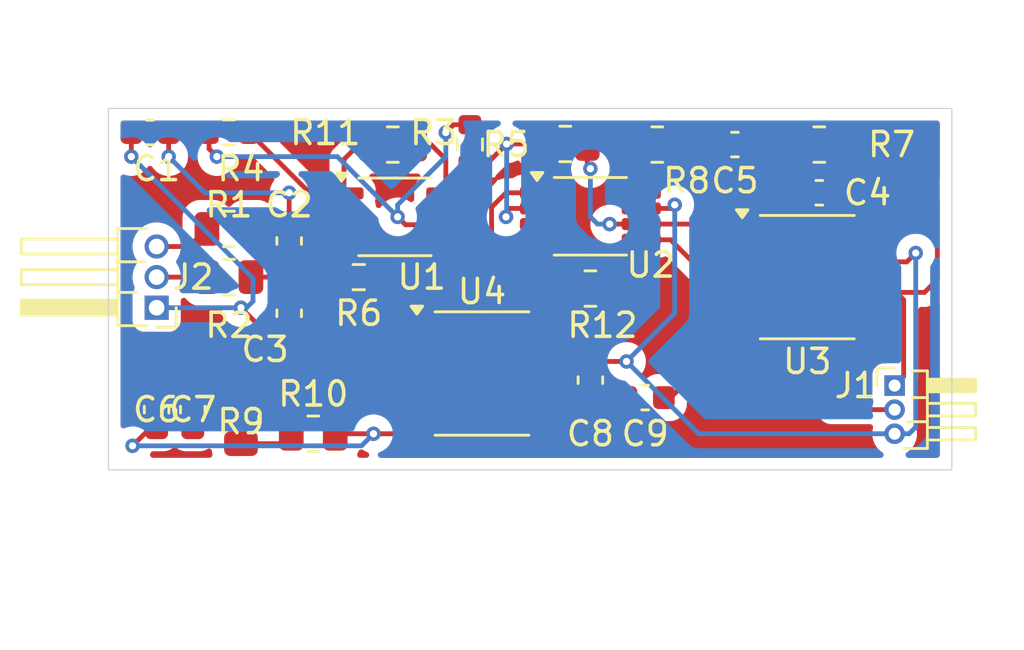
<source format=kicad_pcb>
(kicad_pcb (version 20241229) (generator "pcbnew") (generator_version "9.0")
  (layers (0 "F.Cu" signal) (2 "B.Cu" signal) (13 "F.Paste" user) (15 "B.Paste" user) (5 "F.SilkS" user "F.Silkscreen") (7 "B.SilkS" user "B.Silkscreen") (1 "F.Mask" user) (3 "B.Mask" user) (25 "Edge.Cuts" user))
  (net 0 "")
  (net 1 "inaIN-")
  (net 2 "ampRef")
  (net 3 "inaIN+")
  (net 4 "Net-(U3--)")
  (net 5 "bpfOUT")
  (net 6 "Net-(C5-Pad1)")
  (net 7 "+5V")
  (net 8 "GND")
  (net 9 "Net-(U4--)")
  (net 10 "bioIN-")
  (net 11 "bioIN+")
  (net 12 "Net-(U2--)")
  (net 13 "Net-(R3-Pad1)")
  (net 14 "Net-(U1--)")
  (net 15 "inaOUT")
  (net 16 "Net-(R11-Pad1)")
  (net 17 "Net-(R11-Pad2)")
  (net 18 "Net-(R12-Pad1)")
  (net 19 "Net-(R12-Pad2)")
  (footprint "Capacitor_SMD:C_0603_1608Metric" (layer "F.Cu") (at 130.5 106.775 -90)
    (property "Reference" "C8" (at 2.225 0 180) (layer "F.SilkS"))
    (property "Value" "100nF" (hide yes))
    (fp_line (start -0.14058 0.51) (end 0.14058 0.51) (stroke (width 0.12)) (layer "F.SilkS"))
    (fp_line (start -0.14058 -0.51) (end 0.14058 -0.51) (stroke (width 0.12)) (layer "F.SilkS"))
    (pad "1" smd roundrect (at -0.775 0 270) (size 0.9 0.95) (layers "F.Cu" "F.Mask" "F.Paste") (net 7 "+5V"))
    (pad "2" smd roundrect (at 0.775 0 270) (size 0.9 0.95) (layers "F.Cu" "F.Mask" "F.Paste") (net 9 "Net-(U4--)"))
  )
  (footprint "Capacitor_SMD:C_0603_1608Metric" (layer "F.Cu") (at 112.5 108 -90)
    (property "Reference" "C6" (at 0 0 180) (layer "F.SilkS"))
    (property "Value" "100nF" (hide yes))
    (fp_line (start -0.14058 0.51) (end 0.14058 0.51) (stroke (width 0.12)) (layer "F.SilkS"))
    (fp_line (start -0.14058 -0.51) (end 0.14058 -0.51) (stroke (width 0.12)) (layer "F.SilkS"))
    (pad "1" smd roundrect (at -0.775 0 270) (size 0.9 0.95) (layers "F.Cu" "F.Mask" "F.Paste") (net 7 "+5V"))
    (pad "2" smd roundrect (at 0.775 0 270) (size 0.9 0.95) (layers "F.Cu" "F.Mask" "F.Paste") (net 8 "GND"))
  )
  (footprint "Resistor_SMD:R_0603_1608Metric" (layer "F.Cu") (at 120.8875 102.5 180)
    (property "Reference" "R6" (at 0 -1.5 0) (layer "F.SilkS"))
    (property "Value" "22k" (hide yes))
    (fp_line (start -0.237258 0.5225) (end 0.237258 0.5225) (stroke (width 0.12)) (layer "F.SilkS"))
    (fp_line (start -0.237258 -0.5225) (end 0.237258 -0.5225) (stroke (width 0.12)) (layer "F.SilkS"))
    (pad "1" smd roundrect (at -0.825 0 180) (size 0.8 0.95) (layers "F.Cu" "F.Mask" "F.Paste") (net 2 "ampRef"))
    (pad "2" smd roundrect (at 0.825 0 180) (size 0.8 0.95) (layers "F.Cu" "F.Mask" "F.Paste") (net 14 "Net-(U1--)"))
  )
  (footprint "Capacitor_SMD:C_0603_1608Metric" (layer "F.Cu") (at 118 104 -90)
    (property "Reference" "C3" (at 1.5 1 180) (layer "F.SilkS"))
    (property "Value" "100pF" (hide yes))
    (fp_line (start -0.14058 0.51) (end 0.14058 0.51) (stroke (width 0.12)) (layer "F.SilkS"))
    (fp_line (start -0.14058 -0.51) (end 0.14058 -0.51) (stroke (width 0.12)) (layer "F.SilkS"))
    (pad "1" smd roundrect (at -0.775 0 270) (size 0.9 0.95) (layers "F.Cu" "F.Mask" "F.Paste") (net 3 "inaIN+"))
    (pad "2" smd roundrect (at 0.775 0 270) (size 0.9 0.95) (layers "F.Cu" "F.Mask" "F.Paste") (net 2 "ampRef"))
  )
  (footprint "Resistor_SMD:R_0805_2012Metric" (layer "F.Cu") (at 133.275 97)
    (property "Reference" "R8" (at 1.225 1.5 0) (layer "F.SilkS"))
    (property "Value" "5.1k" (hide yes))
    (fp_line (start -0.227064 -0.735) (end 0.227064 -0.735) (stroke (width 0.12)) (layer "F.SilkS"))
    (fp_line (start -0.227064 0.735) (end 0.227064 0.735) (stroke (width 0.12)) (layer "F.SilkS"))
    (pad "1" smd roundrect (at -0.9125 0) (size 1.025 1.4) (layers "F.Cu" "F.Mask" "F.Paste") (roundrect_rratio 0.243902) (net 15 "inaOUT"))
    (pad "2" smd roundrect (at 0.9125 0) (size 1.025 1.4) (layers "F.Cu" "F.Mask" "F.Paste") (roundrect_rratio 0.243902) (net 6 "Net-(C5-Pad1)"))
  )
  (footprint "Resistor_SMD:R_0805_2012Metric" (layer "F.Cu") (at 130.5 102.975001 180)
    (property "Reference" "R12" (at -0.5 -1.524999 0) (layer "F.SilkS"))
    (property "Value" "1k" (hide yes))
    (fp_line (start -0.227064 0.735) (end 0.227064 0.735) (stroke (width 0.12)) (layer "F.SilkS"))
    (fp_line (start -0.227064 -0.735) (end 0.227064 -0.735) (stroke (width 0.12)) (layer "F.SilkS"))
    (pad "1" smd roundrect (at -0.9125 0 180) (size 1.025 1.4) (layers "F.Cu" "F.Mask" "F.Paste") (roundrect_rratio 0.243902) (net 18 "Net-(R12-Pad1)"))
    (pad "2" smd roundrect (at 0.9125 0 180) (size 1.025 1.4) (layers "F.Cu" "F.Mask" "F.Paste") (roundrect_rratio 0.243902) (net 19 "Net-(R12-Pad2)"))
  )
  (footprint "Package_SO:SO-8_3.9x4.9mm_P1.27mm" (layer "F.Cu") (at 139.5 102.5)
    (property "Reference" "U3" (at 0 3.5 0) (layer "F.SilkS"))
    (property "Value" "OPA336Ux" (hide yes))
    (fp_line (start 0 -2.56) (end -1.95 -2.56) (stroke (width 0.12)) (layer "F.SilkS"))
    (fp_line (start 0 -2.56) (end 1.95 -2.56) (stroke (width 0.12)) (layer "F.SilkS"))
    (fp_line (start 0 2.56) (end -1.95 2.56) (stroke (width 0.12)) (layer "F.SilkS"))
    (fp_line (start 0 2.56) (end 1.95 2.56) (stroke (width 0.12)) (layer "F.SilkS"))
    (fp_poly (pts (xy -2.7 -2.465) (xy -2.94 -2.795) (xy -2.46 -2.795)) (stroke (width 0.12)) (fill yes) (layer "F.SilkS"))
    (pad "1" smd roundrect (at -2.575 -1.905) (size 1.75 0.6) (layers "F.Cu" "F.Mask" "F.Paste"))
    (pad "2" smd roundrect (at -2.575 -0.635) (size 1.75 0.6) (layers "F.Cu" "F.Mask" "F.Paste") (net 4 "Net-(U3--)"))
    (pad "3" smd roundrect (at -2.575 0.635) (size 1.75 0.6) (layers "F.Cu" "F.Mask" "F.Paste") (net 2 "ampRef"))
    (pad "4" smd roundrect (at -2.575 1.905) (size 1.75 0.6) (layers "F.Cu" "F.Mask" "F.Paste") (net 8 "GND"))
    (pad "5" smd roundrect (at 2.575 1.905) (size 1.75 0.6) (layers "F.Cu" "F.Mask" "F.Paste"))
    (pad "6" smd roundrect (at 2.575 0.635) (size 1.75 0.6) (layers "F.Cu" "F.Mask" "F.Paste") (net 5 "bpfOUT"))
    (pad "7" smd roundrect (at 2.575 -0.635) (size 1.75 0.6) (layers "F.Cu" "F.Mask" "F.Paste") (net 7 "+5V"))
    (pad "8" smd roundrect (at 2.575 -1.905) (size 1.75 0.6) (layers "F.Cu" "F.Mask" "F.Paste"))
  )
  (footprint "Capacitor_SMD:C_0603_1608Metric" (layer "F.Cu") (at 140 99)
    (property "Reference" "C4" (at 2 0 0) (layer "F.SilkS"))
    (property "Value" "4.7nF" (hide yes))
    (fp_line (start -0.14058 -0.51) (end 0.14058 -0.51) (stroke (width 0.12)) (layer "F.SilkS"))
    (fp_line (start -0.14058 0.51) (end 0.14058 0.51) (stroke (width 0.12)) (layer "F.SilkS"))
    (pad "1" smd roundrect (at -0.775 0) (size 0.9 0.95) (layers "F.Cu" "F.Mask" "F.Paste") (net 4 "Net-(U3--)"))
    (pad "2" smd roundrect (at 0.775 0) (size 0.9 0.95) (layers "F.Cu" "F.Mask" "F.Paste") (net 5 "bpfOUT"))
  )
  (footprint "Capacitor_SMD:C_0603_1608Metric" (layer "F.Cu") (at 114 108 -90)
    (property "Reference" "C7" (at 0 0 180) (layer "F.SilkS"))
    (property "Value" "1uF" (hide yes))
    (fp_line (start -0.14058 0.51) (end 0.14058 0.51) (stroke (width 0.12)) (layer "F.SilkS"))
    (fp_line (start -0.14058 -0.51) (end 0.14058 -0.51) (stroke (width 0.12)) (layer "F.SilkS"))
    (pad "1" smd roundrect (at -0.775 0 270) (size 0.9 0.95) (layers "F.Cu" "F.Mask" "F.Paste") (net 7 "+5V"))
    (pad "2" smd roundrect (at 0.775 0 270) (size 0.9 0.95) (layers "F.Cu" "F.Mask" "F.Paste") (net 8 "GND"))
  )
  (footprint "Resistor_SMD:R_0805_2012Metric" (layer "F.Cu") (at 119 109)
    (property "Reference" "R10" (at 0 -1.65 0) (layer "F.SilkS"))
    (property "Value" "100k" (hide yes))
    (fp_line (start -0.227064 -0.735) (end 0.227064 -0.735) (stroke (width 0.12)) (layer "F.SilkS"))
    (fp_line (start -0.227064 0.735) (end 0.227064 0.735) (stroke (width 0.12)) (layer "F.SilkS"))
    (pad "1" smd roundrect (at -0.9125 0) (size 1.025 1.4) (layers "F.Cu" "F.Mask" "F.Paste") (roundrect_rratio 0.243902) (net 9 "Net-(U4--)"))
    (pad "2" smd roundrect (at 0.9125 0) (size 1.025 1.4) (layers "F.Cu" "F.Mask" "F.Paste") (roundrect_rratio 0.243902) (net 8 "GND"))
  )
  (footprint "Connector_PinHeader_1.27mm:PinHeader_1x03_P1.27mm_Horizontal" (layer "F.Cu") (at 112.5 103.77 180)
    (property "Reference" "J2" (at -1.5 1.27 0) (layer "F.SilkS"))
    (property "Value" "Conn_01x03_Pin" (hide yes))
    (fp_line (start 5.61 2.85) (end 1.61 2.85) (stroke (width 0.12)) (layer "F.SilkS"))
    (fp_line (start 5.61 2.23) (end 5.61 2.85) (stroke (width 0.12)) (layer "F.SilkS"))
    (fp_line (start 5.61 1.58) (end 1.61 1.58) (stroke (width 0.12)) (layer "F.SilkS"))
    (fp_line (start 5.61 0.96) (end 5.61 1.58) (stroke (width 0.12)) (layer "F.SilkS"))
    (fp_line (start 1.61 3.285) (end 0.39 3.285) (stroke (width 0.12)) (layer "F.SilkS"))
    (fp_line (start 1.61 2.23) (end 5.61 2.23) (stroke (width 0.12)) (layer "F.SilkS"))
    (fp_line (start 1.61 0.96) (end 5.61 0.96) (stroke (width 0.12)) (layer "F.SilkS"))
    (fp_line (start 1.61 -0.745) (end 1.61 3.285) (stroke (width 0.12)) (layer "F.SilkS"))
    (fp_line (start 0.81 0.635) (end 1.61 0.635) (stroke (width 0.12)) (layer "F.SilkS"))
    (fp_line (start 0.502867 1.905) (end 1.61 1.905) (stroke (width 0.12)) (layer "F.SilkS"))
    (fp_line (start 0.39 -0.745) (end 1.61 -0.745) (stroke (width 0.12)) (layer "F.SilkS"))
    (fp_line (start -0.81 0) (end -0.81 -0.81) (stroke (width 0.12)) (layer "F.SilkS"))
    (fp_line (start -0.81 -0.81) (end 0 -0.81) (stroke (width 0.12)) (layer "F.SilkS"))
    (fp_rect (start 1.61 -0.31) (end 5.61 0.31) (stroke (width 0.12)) (fill yes) (layer "F.SilkS"))
    (pad "1" thru_hole rect (at 0 0 180) (size 1 1) (drill 0.65) (layers "*.Cu" "*.Mask") (net 2 "ampRef"))
    (pad "2" thru_hole circle (at 0 1.27 180) (size 1 1) (drill 0.65) (layers "*.Cu" "*.Mask") (net 11 "bioIN+"))
    (pad "3" thru_hole circle (at 0 2.54 180) (size 1 1) (drill 0.65) (layers "*.Cu" "*.Mask") (net 10 "bioIN-"))
  )
  (footprint "Resistor_SMD:R_0805_2012Metric" (layer "F.Cu") (at 116 108.5 -90)
    (property "Reference" "R9" (at 0 0 180) (layer "F.SilkS"))
    (property "Value" "100k" (hide yes))
    (fp_line (start -0.227064 0.735) (end 0.227064 0.735) (stroke (width 0.12)) (layer "F.SilkS"))
    (fp_line (start -0.227064 -0.735) (end 0.227064 -0.735) (stroke (width 0.12)) (layer "F.SilkS"))
    (pad "1" smd roundrect (at -0.9125 0 270) (size 1.025 1.4) (layers "F.Cu" "F.Mask" "F.Paste") (roundrect_rratio 0.243902) (net 7 "+5V"))
    (pad "2" smd roundrect (at 0.9125 0 270) (size 1.025 1.4) (layers "F.Cu" "F.Mask" "F.Paste") (roundrect_rratio 0.243902) (net 9 "Net-(U4--)"))
  )
  (footprint "Package_SO:VSSOP-8_3x3mm_P0.65mm" (layer "F.Cu") (at 130.5 99.975001)
    (property "Reference" "U2" (at 2.5 2.024999 0) (layer "F.SilkS"))
    (property "Value" "INA333xxDGK" (hide yes))
    (fp_line (start 0 -1.61) (end -1.5 -1.61) (stroke (width 0.12)) (layer "F.SilkS"))
    (fp_line (start 0 -1.61) (end 1.5 -1.61) (stroke (width 0.12)) (layer "F.SilkS"))
    (fp_line (start 0 1.61) (end -1.5 1.61) (stroke (width 0.12)) (layer "F.SilkS"))
    (fp_line (start 0 1.61) (end 1.5 1.61) (stroke (width 0.12)) (layer "F.SilkS"))
    (fp_poly (pts (xy -2.2125 -1.485) (xy -2.4525 -1.815) (xy -1.9725 -1.815)) (stroke (width 0.12)) (fill yes) (layer "F.SilkS"))
    (pad "1" smd roundrect (at -2.1125 -0.975) (size 1.625 0.5) (layers "F.Cu" "F.Mask" "F.Paste") (net 19 "Net-(R12-Pad2)"))
    (pad "2" smd roundrect (at -2.1125 -0.325) (size 1.625 0.5) (layers "F.Cu" "F.Mask" "F.Paste") (net 12 "Net-(U2--)"))
    (pad "3" smd roundrect (at -2.1125 0.325) (size 1.625 0.5) (layers "F.Cu" "F.Mask" "F.Paste") (net 3 "inaIN+"))
    (pad "4" smd roundrect (at -2.1125 0.975) (size 1.625 0.5) (layers "F.Cu" "F.Mask" "F.Paste") (net 8 "GND"))
    (pad "5" smd roundrect (at 2.1125 0.975) (size 1.625 0.5) (layers "F.Cu" "F.Mask" "F.Paste") (net 2 "ampRef"))
    (pad "6" smd roundrect (at 2.1125 0.325) (size 1.625 0.5) (layers "F.Cu" "F.Mask" "F.Paste") (net 15 "inaOUT"))
    (pad "7" smd roundrect (at 2.1125 -0.325) (size 1.625 0.5) (layers "F.Cu" "F.Mask" "F.Paste") (net 7 "+5V"))
    (pad "8" smd roundrect (at 2.1125 -0.975) (size 1.625 0.5) (layers "F.Cu" "F.Mask" "F.Paste") (net 18 "Net-(R12-Pad1)"))
  )
  (footprint "Package_SO:VSSOP-8_3x3mm_P0.65mm" (layer "F.Cu") (at 122.3875 100)
    (property "Reference" "U1" (at 1.1125 2.5 0) (layer "F.SilkS"))
    (property "Value" "INA333xxDGK" (hide yes))
    (fp_line (start 0 -1.61) (end -1.5 -1.61) (stroke (width 0.12)) (layer "F.SilkS"))
    (fp_line (start 0 -1.61) (end 1.5 -1.61) (stroke (width 0.12)) (layer "F.SilkS"))
    (fp_line (start 0 1.61) (end -1.5 1.61) (stroke (width 0.12)) (layer "F.SilkS"))
    (fp_line (start 0 1.61) (end 1.5 1.61) (stroke (width 0.12)) (layer "F.SilkS"))
    (fp_poly (pts (xy -2.2125 -1.485) (xy -2.4525 -1.815) (xy -1.9725 -1.815)) (stroke (width 0.12)) (fill yes) (layer "F.SilkS"))
    (pad "1" smd roundrect (at -2.1125 -0.975) (size 1.625 0.5) (layers "F.Cu" "F.Mask" "F.Paste") (net 17 "Net-(R11-Pad2)"))
    (pad "2" smd roundrect (at -2.1125 -0.325) (size 1.625 0.5) (layers "F.Cu" "F.Mask" "F.Paste") (net 14 "Net-(U1--)"))
    (pad "3" smd roundrect (at -2.1125 0.325) (size 1.625 0.5) (layers "F.Cu" "F.Mask" "F.Paste") (net 1 "inaIN-"))
    (pad "4" smd roundrect (at -2.1125 0.975) (size 1.625 0.5) (layers "F.Cu" "F.Mask" "F.Paste") (net 8 "GND"))
    (pad "5" smd roundrect (at 2.1125 0.975) (size 1.625 0.5) (layers "F.Cu" "F.Mask" "F.Paste") (net 2 "ampRef"))
    (pad "6" smd roundrect (at 2.1125 0.325) (size 1.625 0.5) (layers "F.Cu" "F.Mask" "F.Paste") (net 13 "Net-(R3-Pad1)"))
    (pad "7" smd roundrect (at 2.1125 -0.325) (size 1.625 0.5) (layers "F.Cu" "F.Mask" "F.Paste") (net 7 "+5V"))
    (pad "8" smd roundrect (at 2.1125 -0.975) (size 1.625 0.5) (layers "F.Cu" "F.Mask" "F.Paste") (net 16 "Net-(R11-Pad1)"))
  )
  (footprint "Capacitor_SMD:C_0603_1608Metric" (layer "F.Cu") (at 132.775 107.5)
    (property "Reference" "C9" (at 0 1.5 0) (layer "F.SilkS"))
    (property "Value" "1uF" (hide yes))
    (fp_line (start -0.14058 -0.51) (end 0.14058 -0.51) (stroke (width 0.12)) (layer "F.SilkS"))
    (fp_line (start -0.14058 0.51) (end 0.14058 0.51) (stroke (width 0.12)) (layer "F.SilkS"))
    (pad "1" smd roundrect (at -0.775 0) (size 0.9 0.95) (layers "F.Cu" "F.Mask" "F.Paste") (net 9 "Net-(U4--)"))
    (pad "2" smd roundrect (at 0.775 0) (size 0.9 0.95) (layers "F.Cu" "F.Mask" "F.Paste") (net 8 "GND"))
  )
  (footprint "Resistor_SMD:R_0805_2012Metric" (layer "F.Cu") (at 129.4575 96.975001)
    (property "Reference" "R5" (at -2.4575 0.024999 0) (layer "F.SilkS"))
    (property "Value" "220k" (hide yes))
    (fp_line (start -0.227064 -0.735) (end 0.227064 -0.735) (stroke (width 0.12)) (layer "F.SilkS"))
    (fp_line (start -0.227064 0.735) (end 0.227064 0.735) (stroke (width 0.12)) (layer "F.SilkS"))
    (pad "1" smd roundrect (at -0.9125 0) (size 1.025 1.4) (layers "F.Cu" "F.Mask" "F.Paste") (roundrect_rratio 0.243902) (net 12 "Net-(U2--)"))
    (pad "2" smd roundrect (at 0.9125 0) (size 1.025 1.4) (layers "F.Cu" "F.Mask" "F.Paste") (roundrect_rratio 0.243902) (net 15 "inaOUT"))
  )
  (footprint "Resistor_SMD:R_0805_2012Metric" (layer "F.Cu") (at 115.5 100.5)
    (property "Reference" "R1" (at 0 -1 0) (layer "F.SilkS"))
    (property "Value" "5.1k" (hide yes))
    (fp_line (start -0.227064 -0.735) (end 0.227064 -0.735) (stroke (width 0.12)) (layer "F.SilkS"))
    (fp_line (start -0.227064 0.735) (end 0.227064 0.735) (stroke (width 0.12)) (layer "F.SilkS"))
    (pad "1" smd roundrect (at -0.9125 0) (size 1.025 1.4) (layers "F.Cu" "F.Mask" "F.Paste") (roundrect_rratio 0.243902) (net 10 "bioIN-"))
    (pad "2" smd roundrect (at 0.9125 0) (size 1.025 1.4) (layers "F.Cu" "F.Mask" "F.Paste") (roundrect_rratio 0.243902) (net 1 "inaIN-"))
  )
  (footprint "Resistor_SMD:R_0805_2012Metric" (layer "F.Cu") (at 115.5 102.5)
    (property "Reference" "R2" (at 0 2 0) (layer "F.SilkS"))
    (property "Value" "5.1k" (hide yes))
    (fp_line (start -0.227064 -0.735) (end 0.227064 -0.735) (stroke (width 0.12)) (layer "F.SilkS"))
    (fp_line (start -0.227064 0.735) (end 0.227064 0.735) (stroke (width 0.12)) (layer "F.SilkS"))
    (pad "1" smd roundrect (at -0.9125 0) (size 1.025 1.4) (layers "F.Cu" "F.Mask" "F.Paste") (roundrect_rratio 0.243902) (net 11 "bioIN+"))
    (pad "2" smd roundrect (at 0.9125 0) (size 1.025 1.4) (layers "F.Cu" "F.Mask" "F.Paste") (roundrect_rratio 0.243902) (net 3 "inaIN+"))
  )
  (footprint "Resistor_SMD:R_0805_2012Metric" (layer "F.Cu") (at 140 97)
    (property "Reference" "R7" (at 3 0 0) (layer "F.SilkS"))
    (property "Value" "1M" (hide yes))
    (fp_line (start -0.227064 -0.735) (end 0.227064 -0.735) (stroke (width 0.12)) (layer "F.SilkS"))
    (fp_line (start -0.227064 0.735) (end 0.227064 0.735) (stroke (width 0.12)) (layer "F.SilkS"))
    (pad "1" smd roundrect (at -0.9125 0) (size 1.025 1.4) (layers "F.Cu" "F.Mask" "F.Paste") (roundrect_rratio 0.243902) (net 4 "Net-(U3--)"))
    (pad "2" smd roundrect (at 0.9125 0) (size 1.025 1.4) (layers "F.Cu" "F.Mask" "F.Paste") (roundrect_rratio 0.243902) (net 5 "bpfOUT"))
  )
  (footprint "Connector_PinHeader_1.00mm:PinHeader_1x03_P1.00mm_Horizontal" (layer "F.Cu") (at 143.125 107)
    (property "Reference" "J1" (at -1.625 0 0) (layer "F.SilkS"))
    (property "Value" "Conn_01x03_Pin" (hide yes))
    (fp_line (start -0.735 -0.735) (end 0 -0.735) (stroke (width 0.12)) (layer "F.SilkS"))
    (fp_line (start -0.735 0) (end -0.735 -0.735) (stroke (width 0.12)) (layer "F.SilkS"))
    (fp_line (start 0.538725 1.5) (end 1.36 1.5) (stroke (width 0.12)) (layer "F.SilkS"))
    (fp_line (start 0.735 -0.61) (end 1.36 -0.61) (stroke (width 0.12)) (layer "F.SilkS"))
    (fp_line (start 0.735 0.5) (end 1.36 0.5) (stroke (width 0.12)) (layer "F.SilkS"))
    (fp_line (start 1.36 -0.61) (end 1.36 2.61) (stroke (width 0.12)) (layer "F.SilkS"))
    (fp_line (start 1.36 0.74) (end 3.36 0.74) (stroke (width 0.12)) (layer "F.SilkS"))
    (fp_line (start 1.36 1.74) (end 3.36 1.74) (stroke (width 0.12)) (layer "F.SilkS"))
    (fp_line (start 1.36 2.61) (end 0.41003 2.61) (stroke (width 0.12)) (layer "F.SilkS"))
    (fp_line (start 3.36 0.74) (end 3.36 1.26) (stroke (width 0.12)) (layer "F.SilkS"))
    (fp_line (start 3.36 1.26) (end 1.36 1.26) (stroke (width 0.12)) (layer "F.SilkS"))
    (fp_line (start 3.36 1.74) (end 3.36 2.26) (stroke (width 0.12)) (layer "F.SilkS"))
    (fp_line (start 3.36 2.26) (end 1.36 2.26) (stroke (width 0.12)) (layer "F.SilkS"))
    (fp_rect (start 1.36 -0.26) (end 3.36 0.26) (stroke (width 0.12)) (fill yes) (layer "F.SilkS"))
    (pad "1" thru_hole rect (at 0 0) (size 0.85 0.85) (drill 0.5) (layers "*.Cu" "*.Mask") (net 5 "bpfOUT"))
    (pad "2" thru_hole circle (at 0 1) (size 0.85 0.85) (drill 0.5) (layers "*.Cu" "*.Mask") (net 8 "GND"))
    (pad "3" thru_hole circle (at 0 2) (size 0.85 0.85) (drill 0.5) (layers "*.Cu" "*.Mask") (net 7 "+5V"))
  )
  (footprint "Resistor_SMD:R_0603_1608Metric" (layer "F.Cu") (at 125.5 97 -90)
    (property "Reference" "R3" (at -0.5 1.5 180) (layer "F.SilkS"))
    (property "Value" "22k" (hide yes))
    (fp_line (start -0.237258 0.5225) (end 0.237258 0.5225) (stroke (width 0.12)) (layer "F.SilkS"))
    (fp_line (start -0.237258 -0.5225) (end 0.237258 -0.5225) (stroke (width 0.12)) (layer "F.SilkS"))
    (pad "1" smd roundrect (at -0.825 0 270) (size 0.8 0.95) (layers "F.Cu" "F.Mask" "F.Paste") (net 13 "Net-(R3-Pad1)"))
    (pad "2" smd roundrect (at 0.825 0 270) (size 0.8 0.95) (layers "F.Cu" "F.Mask" "F.Paste") (net 12 "Net-(U2--)"))
  )
  (footprint "Capacitor_SMD:C_0603_1608Metric" (layer "F.Cu") (at 118 101 -90)
    (property "Reference" "C2" (at -1.5 0 180) (layer "F.SilkS"))
    (property "Value" "4.7nF" (hide yes))
    (fp_line (start -0.14058 0.51) (end 0.14058 0.51) (stroke (width 0.12)) (layer "F.SilkS"))
    (fp_line (start -0.14058 -0.51) (end 0.14058 -0.51) (stroke (width 0.12)) (layer "F.SilkS"))
    (pad "1" smd roundrect (at -0.775 0 270) (size 0.9 0.95) (layers "F.Cu" "F.Mask" "F.Paste") (net 1 "inaIN-"))
    (pad "2" smd roundrect (at 0.775 0 270) (size 0.9 0.95) (layers "F.Cu" "F.Mask" "F.Paste") (net 3 "inaIN+"))
  )
  (footprint "Resistor_SMD:R_0805_2012Metric" (layer "F.Cu") (at 122.3 97 180)
    (property "Reference" "R11" (at 2.8 0.5 0) (layer "F.SilkS"))
    (property "Value" "1k" (hide yes))
    (fp_line (start -0.227064 0.735) (end 0.227064 0.735) (stroke (width 0.12)) (layer "F.SilkS"))
    (fp_line (start -0.227064 -0.735) (end 0.227064 -0.735) (stroke (width 0.12)) (layer "F.SilkS"))
    (pad "1" smd roundrect (at -0.9125 0 180) (size 1.025 1.4) (layers "F.Cu" "F.Mask" "F.Paste") (roundrect_rratio 0.243902) (net 16 "Net-(R11-Pad1)"))
    (pad "2" smd roundrect (at 0.9125 0 180) (size 1.025 1.4) (layers "F.Cu" "F.Mask" "F.Paste") (roundrect_rratio 0.243902) (net 17 "Net-(R11-Pad2)"))
  )
  (footprint "Capacitor_SMD:C_0603_1608Metric" (layer "F.Cu") (at 136.5 97)
    (property "Reference" "C5" (at 0 1.5 0) (layer "F.SilkS"))
    (property "Value" "47uF" (hide yes))
    (fp_line (start -0.14058 -0.51) (end 0.14058 -0.51) (stroke (width 0.12)) (layer "F.SilkS"))
    (fp_line (start -0.14058 0.51) (end 0.14058 0.51) (stroke (width 0.12)) (layer "F.SilkS"))
    (pad "1" smd roundrect (at -0.775 0) (size 0.9 0.95) (layers "F.Cu" "F.Mask" "F.Paste") (net 6 "Net-(C5-Pad1)"))
    (pad "2" smd roundrect (at 0.775 0) (size 0.9 0.95) (layers "F.Cu" "F.Mask" "F.Paste") (net 4 "Net-(U3--)"))
  )
  (footprint "Resistor_SMD:R_0603_1608Metric" (layer "F.Cu") (at 115.5 96.5 180)
    (property "Reference" "R4" (at -0.5 -1.5 180) (layer "F.SilkS"))
    (property "Value" "22k" (hide yes))
    (fp_line (start -0.237258 0.5225) (end 0.237258 0.5225) (stroke (width 0.12)) (layer "F.SilkS"))
    (fp_line (start -0.237258 -0.5225) (end 0.237258 -0.5225) (stroke (width 0.12)) (layer "F.SilkS"))
    (pad "1" smd roundrect (at -0.825 0 180) (size 0.8 0.95) (layers "F.Cu" "F.Mask" "F.Paste") (net 14 "Net-(U1--)"))
    (pad "2" smd roundrect (at 0.825 0 180) (size 0.8 0.95) (layers "F.Cu" "F.Mask" "F.Paste") (net 13 "Net-(R3-Pad1)"))
  )
  (footprint "Capacitor_SMD:C_0603_1608Metric" (layer "F.Cu") (at 112.225 96.5)
    (property "Reference" "C1" (at 0.275 1.5 0) (layer "F.SilkS"))
    (property "Value" "100pF" (hide yes))
    (fp_line (start -0.14058 -0.51) (end 0.14058 -0.51) (stroke (width 0.12)) (layer "F.SilkS"))
    (fp_line (start -0.14058 0.51) (end 0.14058 0.51) (stroke (width 0.12)) (layer "F.SilkS"))
    (pad "1" smd roundrect (at -0.775 0) (size 0.9 0.95) (layers "F.Cu" "F.Mask" "F.Paste") (net 2 "ampRef"))
    (pad "2" smd roundrect (at 0.775 0) (size 0.9 0.95) (layers "F.Cu" "F.Mask" "F.Paste") (net 1 "inaIN-"))
  )
  (footprint "Package_SO:SO-8_3.9x4.9mm_P1.27mm" (layer "F.Cu") (at 126 106.5)
    (property "Reference" "U4" (at 0 -3.4 0) (layer "F.SilkS"))
    (property "Value" "OPA336Ux" (hide yes))
    (fp_line (start 0 -2.56) (end -1.95 -2.56) (stroke (width 0.12)) (layer "F.SilkS"))
    (fp_line (start 0 -2.56) (end 1.95 -2.56) (stroke (width 0.12)) (layer "F.SilkS"))
    (fp_line (start 0 2.56) (end -1.95 2.56) (stroke (width 0.12)) (layer "F.SilkS"))
    (fp_line (start 0 2.56) (end 1.95 2.56) (stroke (width 0.12)) (layer "F.SilkS"))
    (fp_poly (pts (xy -2.7 -2.465) (xy -2.94 -2.795) (xy -2.46 -2.795)) (stroke (width 0.12)) (fill yes) (layer "F.SilkS"))
    (pad "1" smd roundrect (at -2.575 -1.905) (size 1.75 0.6) (layers "F.Cu" "F.Mask" "F.Paste"))
    (pad "2" smd roundrect (at -2.575 -0.635) (size 1.75 0.6) (layers "F.Cu" "F.Mask" "F.Paste") (net 9 "Net-(U4--)"))
    (pad "3" smd roundrect (at -2.575 0.635) (size 1.75 0.6) (layers "F.Cu" "F.Mask" "F.Paste") (net 2 "ampRef"))
    (pad "4" smd roundrect (at -2.575 1.905) (size 1.75 0.6) (layers "F.Cu" "F.Mask" "F.Paste") (net 8 "GND"))
    (pad "5" smd roundrect (at 2.575 1.905) (size 1.75 0.6) (layers "F.Cu" "F.Mask" "F.Paste"))
    (pad "6" smd roundrect (at 2.575 0.635) (size 1.75 0.6) (layers "F.Cu" "F.Mask" "F.Paste") (net 2 "ampRef"))
    (pad "7" smd roundrect (at 2.575 -0.635) (size 1.75 0.6) (layers "F.Cu" "F.Mask" "F.Paste") (net 7 "+5V"))
    (pad "8" smd roundrect (at 2.575 -1.905) (size 1.75 0.6) (layers "F.Cu" "F.Mask" "F.Paste"))
  )
  (gr_rect (start 110.5 95.5) (end 145.5 110.5) (stroke (width 0.05)) (fill no) (layer "Edge.Cuts"))
  (segment (start 113 96.5) (end 113 97.5) (width 0.2) (layer "F.Cu") (net 1))
  (segment (start 117.725 100.5) (end 118 100.225) (width 0.2) (layer "F.Cu") (net 1))
  (segment (start 118 99.650056) (end 118 100.225) (width 0.2) (layer "F.Cu") (net 1))
  (segment (start 118 99.650056) (end 118 99) (width 0.2) (layer "F.Cu") (net 1))
  (segment (start 116.4125 100.5) (end 117.725 100.5) (width 0.2) (layer "F.Cu") (net 1))
  (via (at 113 97.5) (size 0.6) (drill 0.3) (layers "F.Cu" "B.Cu") (net 1))
  (via (at 118 99) (size 0.6) (drill 0.3) (layers "F.Cu" "B.Cu") (net 1))
  (segment (start 118 99) (end 114.5 99) (width 0.2) (layer "B.Cu") (net 1))
  (segment (start 114.5 99) (end 113 97.5) (width 0.2) (layer "B.Cu") (net 1))
  (segment (start 135.865 103.135) (end 136.925 103.135) (width 0.2) (layer "F.Cu") (net 2))
  (segment (start 117.005 104.775) (end 118 104.775) (width 0.2) (layer "F.Cu") (net 2))
  (segment (start 116 103.77) (end 117.005 104.775) (width 0.2) (layer "F.Cu") (net 2))
  (segment (start 123.8875 102.5) (end 121.7125 102.5) (width 0.2) (layer "F.Cu") (net 2))
  (segment (start 133.824943 100.950001) (end 132.6125 100.950001) (width 0.2) (layer "F.Cu") (net 2))
  (segment (start 121.7125 103.7875) (end 120.725 104.775) (width 0.2) (layer "F.Cu") (net 2))
  (segment (start 123.425 107.135) (end 128.575 107.135) (width 0.2) (layer "F.Cu") (net 2))
  (segment (start 111.45 97.5) (end 111.45 96.5) (width 0.2) (layer "F.Cu") (net 2))
  (segment (start 124.5 100.975) (end 124.5 101.8875) (width 0.2) (layer "F.Cu") (net 2))
  (segment (start 124.5 101.8875) (end 123.8875 102.5) (width 0.2) (layer "F.Cu") (net 2))
  (segment (start 120.725 104.775) (end 118 104.775) (width 0.2) (layer "F.Cu") (net 2))
  (segment (start 136.009942 103.135) (end 133.824943 100.950001) (width 0.2) (layer "F.Cu") (net 2))
  (segment (start 121.7125 102.5) (end 121.7125 103.7875) (width 0.2) (layer "F.Cu") (net 2))
  (segment (start 136.925 103.135) (end 136.009942 103.135) (width 0.2) (layer "F.Cu") (net 2))
  (via (at 116 103.77) (size 0.6) (drill 0.3) (layers "F.Cu" "B.Cu") (net 2))
  (via (at 111.45 97.5) (size 0.6) (drill 0.3) (layers "F.Cu" "B.Cu") (net 2))
  (segment (start 116.5 103.5) (end 116.23 103.77) (width 0.2) (layer "B.Cu") (net 2))
  (segment (start 111.45 97.5) (end 116.5 102.55) (width 0.2) (layer "B.Cu") (net 2))
  (segment (start 116 103.77) (end 112.5 103.77) (width 0.2) (layer "B.Cu") (net 2))
  (segment (start 116.5 102.55) (end 116.5 103.5) (width 0.2) (layer "B.Cu") (net 2))
  (segment (start 116.23 103.77) (end 116 103.77) (width 0.2) (layer "B.Cu") (net 2))
  (segment (start 116.4125 102.5) (end 117.275 102.5) (width 0.2) (layer "F.Cu") (net 3))
  (segment (start 118 101.775) (end 118 103.225) (width 0.2) (layer "F.Cu") (net 3))
  (segment (start 117.275 102.5) (end 118 101.775) (width 0.2) (layer "F.Cu") (net 3))
  (segment (start 135.5 99.5) (end 135.5 101) (width 0.2) (layer "F.Cu") (net 4))
  (segment (start 137.275 97.725) (end 135.5 99.5) (width 0.2) (layer "F.Cu") (net 4))
  (segment (start 137.275 97) (end 139.0875 97) (width 0.2) (layer "F.Cu") (net 4))
  (segment (start 139.0875 97) (end 139.0875 98.8625) (width 0.2) (layer "F.Cu") (net 4))
  (segment (start 135.5 101) (end 136.365 101.865) (width 0.2) (layer "F.Cu") (net 4))
  (segment (start 136.365 101.865) (end 136.925 101.865) (width 0.2) (layer "F.Cu") (net 4))
  (segment (start 137.275 97) (end 137.275 97.725) (width 0.2) (layer "F.Cu") (net 4))
  (segment (start 139.0875 98.8625) (end 139.225 99) (width 0.2) (layer "F.Cu") (net 4))
  (segment (start 144.5 99) (end 140.775 99) (width 0.2) (layer "F.Cu") (net 5))
  (segment (start 140.9125 97) (end 140.9125 98.8625) (width 0.2) (layer "F.Cu") (net 5))
  (segment (start 144.365 103.135) (end 144.899 102.601) (width 0.2) (layer "F.Cu") (net 5))
  (segment (start 143.5 103.439901) (end 143.5 106.625) (width 0.2) (layer "F.Cu") (net 5))
  (segment (start 144.899 102.601) (end 144.899 99.399) (width 0.2) (layer "F.Cu") (net 5))
  (segment (start 142.075 103.135) (end 144.365 103.135) (width 0.2) (layer "F.Cu") (net 5))
  (segment (start 140.9125 98.8625) (end 140.775 99) (width 0.2) (layer "F.Cu") (net 5))
  (segment (start 143.5 106.625) (end 143.125 107) (width 0.2) (layer "F.Cu") (net 5))
  (segment (start 142.075 103.135) (end 143.195099 103.135) (width 0.2) (layer "F.Cu") (net 5))
  (segment (start 143.195099 103.135) (end 143.5 103.439901) (width 0.2) (layer "F.Cu") (net 5))
  (segment (start 144.899 99.399) (end 144.5 99) (width 0.2) (layer "F.Cu") (net 5))
  (segment (start 134.1875 97) (end 135.725 97) (width 0.2) (layer "F.Cu") (net 6))
  (segment (start 123.0671 103) (end 118.4796 107.5875) (width 0.2) (layer "F.Cu") (net 7))
  (segment (start 130.5 106) (end 131.5 106) (width 0.2) (layer "F.Cu") (net 7))
  (segment (start 125.998 100.415043) (end 126 100.417043) (width 0.2) (layer "F.Cu") (net 7))
  (segment (start 124 103) (end 123.0671 103) (width 0.2) (layer "F.Cu") (net 7))
  (segment (start 132.6125 99.650001) (end 133.849999 99.650001) (width 0.2) (layer "F.Cu") (net 7))
  (segment (start 130.365 105.865) (end 130.5 106) (width 0.2) (layer "F.Cu") (net 7))
  (segment (start 133.849999 99.650001) (end 134 99.5) (width 0.2) (layer "F.Cu") (net 7))
  (segment (start 125.998 99.675) (end 125.998 100.415043) (width 0.2) (layer "F.Cu") (net 7))
  (segment (start 143.635 101.865) (end 144 101.5) (width 0.2) (layer "F.Cu") (net 7))
  (segment (start 126 101.5) (end 125.5 102) (width 0.2) (layer "F.Cu") (net 7))
  (segment (start 142.075 101.865) (end 143.635 101.865) (width 0.2) (layer "F.Cu") (net 7))
  (segment (start 115.6375 107.225) (end 116 107.5875) (width 0.2) (layer "F.Cu") (net 7))
  (segment (start 125.5 102) (end 125 102) (width 0.2) (layer "F.Cu") (net 7))
  (segment (start 131.5 106) (end 132 106) (width 0.2) (layer "F.Cu") (net 7))
  (segment (start 114 107.225) (end 115.6375 107.225) (width 0.2) (layer "F.Cu") (net 7))
  (segment (start 118.4796 107.5875) (end 116 107.5875) (width 0.2) (layer "F.Cu") (net 7))
  (segment (start 125 102) (end 124 103) (width 0.2) (layer "F.Cu") (net 7))
  (segment (start 112.5 107.225) (end 114 107.225) (width 0.2) (layer "F.Cu") (net 7))
  (segment (start 128.575 105.865) (end 130.365 105.865) (width 0.2) (layer "F.Cu") (net 7))
  (segment (start 124.5 99.675) (end 125.998 99.675) (width 0.2) (layer "F.Cu") (net 7))
  (segment (start 126 100.417043) (end 126 101.5) (width 0.2) (layer "F.Cu") (net 7))
  (via (at 132 106) (size 0.6) (drill 0.3) (layers "F.Cu" "B.Cu") (net 7))
  (via (at 134 99.5) (size 0.6) (drill 0.3) (layers "F.Cu" "B.Cu") (net 7))
  (via (at 144 101.5) (size 0.6) (drill 0.3) (layers "F.Cu" "B.Cu") (net 7))
  (segment (start 144 108.72604) (end 143.72604 109) (width 0.2) (layer "B.Cu") (net 7))
  (segment (start 144 101.5) (end 144 108.72604) (width 0.2) (layer "B.Cu") (net 7))
  (segment (start 134 99.5) (end 134 104) (width 0.2) (layer "B.Cu") (net 7))
  (segment (start 135 109) (end 143.125 109) (width 0.2) (layer "B.Cu") (net 7))
  (segment (start 132 106) (end 135 109) (width 0.2) (layer "B.Cu") (net 7))
  (segment (start 134 104) (end 132 106) (width 0.2) (layer "B.Cu") (net 7))
  (segment (start 143.72604 109) (end 143.125 109) (width 0.2) (layer "B.Cu") (net 7))
  (segment (start 122.83 109) (end 123.425 108.405) (width 0.2) (layer "F.Cu") (net 8))
  (segment (start 119.9125 109) (end 121.5 109) (width 0.2) (layer "F.Cu") (net 8))
  (segment (start 112.5 108.775) (end 114 108.775) (width 0.2) (layer "F.Cu") (net 8))
  (segment (start 133.55 107.5) (end 133.83 107.5) (width 0.2) (layer "F.Cu") (net 8))
  (segment (start 133.83 107.5) (end 136.925 104.405) (width 0.2) (layer "F.Cu") (net 8))
  (segment (start 136.925 104.405) (end 140.52 108) (width 0.2) (layer "F.Cu") (net 8))
  (segment (start 112.5 108.775) (end 112.225 108.775) (width 0.2) (layer "F.Cu") (net 8))
  (segment (start 140.52 108) (end 143.125 108) (width 0.2) (layer "F.Cu") (net 8))
  (segment (start 121.5 109) (end 122.83 109) (width 0.2) (layer "F.Cu") (net 8))
  (segment (start 112.225 108.775) (end 111.5 109.5) (width 0.2) (layer "F.Cu") (net 8))
  (via (at 121.5 109) (size 0.6) (drill 0.3) (layers "F.Cu" "B.Cu") (net 8))
  (via (at 111.5 109.5) (size 0.6) (drill 0.3) (layers "F.Cu" "B.Cu") (net 8))
  (segment (start 121 109.5) (end 121.5 109) (width 0.2) (layer "B.Cu") (net 8))
  (segment (start 111.5 109.5) (end 121 109.5) (width 0.2) (layer "B.Cu") (net 8))
  (segment (start 131.95 107.55) (end 132 107.5) (width 0.2) (layer "F.Cu") (net 9))
  (segment (start 116 109.4125) (end 117.675 109.4125) (width 0.2) (layer "F.Cu") (net 9))
  (segment (start 121.2225 105.865) (end 123.425 105.865) (width 0.2) (layer "F.Cu") (net 9))
  (segment (start 130.5 107.55) (end 131.95 107.55) (width 0.2) (layer "F.Cu") (net 9))
  (segment (start 118.0875 109) (end 121.2225 105.865) (width 0.2) (layer "F.Cu") (net 9))
  (segment (start 117.675 109.4125) (end 118.0875 109) (width 0.2) (layer "F.Cu") (net 9))
  (segment (start 113.8575 101.23) (end 114.5875 100.5) (width 0.2) (layer "F.Cu") (net 10))
  (segment (start 112.5 101.23) (end 113.8575 101.23) (width 0.2) (layer "F.Cu") (net 10))
  (segment (start 112.5 102.5) (end 114.5875 102.5) (width 0.2) (layer "F.Cu") (net 11))
  (segment (start 127 99.800002) (end 127.150001 99.650001) (width 0.2) (layer "F.Cu") (net 12))
  (segment (start 128.545 96.975001) (end 127.024999 96.975001) (width 0.2) (layer "F.Cu") (net 12))
  (segment (start 127 100) (end 127 99.800002) (width 0.2) (layer "F.Cu") (net 12))
  (segment (start 127.150001 99.650001) (end 128.3875 99.650001) (width 0.2) (layer "F.Cu") (net 12))
  (segment (start 126.175 97.825) (end 127.024999 96.975001) (width 0.2) (layer "F.Cu") (net 12))
  (segment (start 125.5 97.825) (end 126.175 97.825) (width 0.2) (layer "F.Cu") (net 12))
  (via (at 127 100) (size 0.6) (drill 0.3) (layers "F.Cu" "B.Cu") (net 12))
  (via (at 127.024999 96.975001) (size 0.6) (drill 0.3) (layers "F.Cu" "B.Cu") (net 12))
  (segment (start 127.024999 96.975001) (end 127.024999 99.975001) (width 0.2) (layer "B.Cu") (net 12))
  (segment (start 127.024999 99.975001) (end 127 100) (width 0.2) (layer "B.Cu") (net 12))
  (segment (start 125.5 96.175) (end 124.825 96.175) (width 0.2) (layer "F.Cu") (net 13))
  (segment (start 114.675 97.175) (end 115 97.5) (width 0.2) (layer "F.Cu") (net 13))
  (segment (start 122.825 100.325) (end 122.5 100) (width 0.2) (layer "F.Cu") (net 13))
  (segment (start 124.5 100.325) (end 122.825 100.325) (width 0.2) (layer "F.Cu") (net 13))
  (segment (start 124.825 96.175) (end 124.5 96.5) (width 0.2) (layer "F.Cu") (net 13))
  (segment (start 114.675 96.5) (end 114.675 97.175) (width 0.2) (layer "F.Cu") (net 13))
  (via (at 122.5 100) (size 0.6) (drill 0.3) (layers "F.Cu" "B.Cu") (net 13))
  (via (at 115 97.5) (size 0.6) (drill 0.3) (layers "F.Cu" "B.Cu") (net 13))
  (via (at 124.5 96.5) (size 0.6) (drill 0.3) (layers "F.Cu" "B.Cu") (net 13))
  (segment (start 124.5 96.5) (end 124.5 97.5) (width 0.2) (layer "B.Cu") (net 13))
  (segment (start 122.5 99.5) (end 122.5 100) (width 0.2) (layer "B.Cu") (net 13))
  (segment (start 124.5 97.5) (end 122.5 99.5) (width 0.2) (layer "B.Cu") (net 13))
  (segment (start 120 97.5) (end 122.5 100) (width 0.2) (layer "B.Cu") (net 13))
  (segment (start 115 97.5) (end 120 97.5) (width 0.2) (layer "B.Cu") (net 13))
  (segment (start 116.349943 96.5) (end 119.2125 99.362557) (width 0.2) (layer "F.Cu") (net 14))
  (segment (start 118.8875 102) (end 118.8875 100) (width 0.2) (layer "F.Cu") (net 14))
  (segment (start 119.2125 99.362557) (end 119.2125 99.675) (width 0.2) (layer "F.Cu") (net 14))
  (segment (start 119.3875 102.5) (end 118.8875 102) (width 0.2) (layer "F.Cu") (net 14))
  (segment (start 118.8875 100) (end 119.2125 99.675) (width 0.2) (layer "F.Cu") (net 14))
  (segment (start 119.2125 99.675) (end 120.275 99.675) (width 0.2) (layer "F.Cu") (net 14))
  (segment (start 116.325 96.5) (end 116.349943 96.5) (width 0.2) (layer "F.Cu") (net 14))
  (segment (start 120.0625 102.5) (end 119.3875 102.5) (width 0.2) (layer "F.Cu") (net 14))
  (segment (start 134.5 98.5) (end 133.8625 98.5) (width 0.2) (layer "F.Cu") (net 15))
  (segment (start 130.37 96.975001) (end 130.37 97.87) (width 0.2) (layer "F.Cu") (net 15))
  (segment (start 135 100) (end 135 99) (width 0.2) (layer "F.Cu") (net 15))
  (segment (start 131.300001 100.300001) (end 132.6125 100.300001) (width 0.2) (layer "F.Cu") (net 15))
  (segment (start 135 99) (end 134.5 98.5) (width 0.2) (layer "F.Cu") (net 15))
  (segment (start 132.6125 100.300001) (end 134.699999 100.300001) (width 0.2) (layer "F.Cu") (net 15))
  (segment (start 130.37 97.87) (end 130.5 98) (width 0.2) (layer "F.Cu") (net 15))
  (segment (start 133.8625 98.5) (end 132.3625 97) (width 0.2) (layer "F.Cu") (net 15))
  (segment (start 134.699999 100.300001) (end 135 100) (width 0.2) (layer "F.Cu") (net 15))
  (via (at 131.300001 100.300001) (size 0.6) (drill 0.3) (layers "F.Cu" "B.Cu") (net 15))
  (via (at 130.5 98) (size 0.6) (drill 0.3) (layers "F.Cu" "B.Cu") (net 15))
  (segment (start 130.800001 100.300001) (end 131.300001 100.300001) (width 0.2) (layer "B.Cu") (net 15))
  (segment (start 130.5 100) (end 130.800001 100.300001) (width 0.2) (layer "B.Cu") (net 15))
  (segment (start 130.5 98) (end 130.5 100) (width 0.2) (layer "B.Cu") (net 15))
  (segment (start 123.8875 97) (end 124.5 97.6125) (width 0.2) (layer "F.Cu") (net 16))
  (segment (start 123.2125 97) (end 123.8875 97) (width 0.2) (layer "F.Cu") (net 16))
  (segment (start 124.5 97.6125) (end 124.5 99.025) (width 0.2) (layer "F.Cu") (net 16))
  (segment (start 120.8875 97) (end 121.3875 97) (width 0.2) (layer "F.Cu") (net 17))
  (segment (start 120.275 97.6125) (end 120.8875 97) (width 0.2) (layer "F.Cu") (net 17))
  (segment (start 120.275 99.025) (end 120.275 97.6125) (width 0.2) (layer "F.Cu") (net 17))
  (segment (start 126.999999 99.000001) (end 126.399 99.601) (width 0.2) (layer "F.Cu") (net 19))
  (segment (start 126.401 101.376001) (end 128 102.975001) (width 0.2) (layer "F.Cu") (net 19))
  (segment (start 128 102.975001) (end 129.5875 102.975001) (width 0.2) (layer "F.Cu") (net 19))
  (segment (start 126.399 100.248943) (end 126.401 100.250943) (width 0.2) (layer "F.Cu") (net 19))
  (segment (start 128.3875 99.000001) (end 126.999999 99.000001) (width 0.2) (layer "F.Cu") (net 19))
  (segment (start 126.399 99.601) (end 126.399 100.248943) (width 0.2) (layer "F.Cu") (net 19))
  (segment (start 126.401 100.250943) (end 126.401 101.376001) (width 0.2) (layer "F.Cu") (net 19))
  (zone (net 0) (net_name "") (layers "F.Cu" "B.Cu") (connect_pads (clearance 0.5)) (min_thickness 0.25) (fill yes (thermal_gap 0.5) (thermal_bridge_width 0.5) (island_removal_mode 1) (island_area_min 10))
    (polygon (pts (xy 148.5 91) (xy 148.5 118) (xy 106 118) (xy 106 91)))
  )
)
</source>
